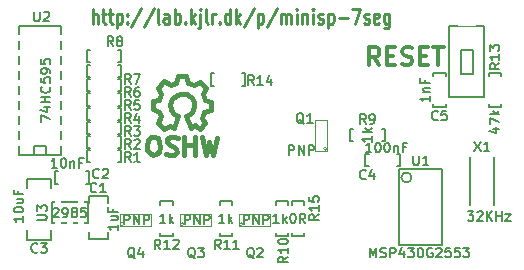
<source format=gto>
%FSLAX34Y34*%
G04 Gerber Fmt 3.4, Leading zero omitted, Abs format*
G04 (created by PCBNEW (2013-12-28 BZR 4579)-product) date ons 26 feb 2014 22:49:01 CET*
%MOIN*%
G01*
G70*
G90*
G04 APERTURE LIST*
%ADD10C,0.005906*%
%ADD11C,0.009843*%
%ADD12C,0.015000*%
%ADD13C,0.008000*%
%ADD14C,0.003100*%
%ADD15C,0.005000*%
%ADD16C,0.006000*%
%ADD17C,0.011811*%
%ADD18O,0.064961X0.100000*%
%ADD19O,0.100000X0.065000*%
%ADD20R,0.035433X0.031496*%
%ADD21R,0.050000X0.031496*%
%ADD22R,0.031496X0.050000*%
%ADD23R,0.035433X0.027559*%
%ADD24R,0.031496X0.035433*%
%ADD25R,0.062992X0.011811*%
%ADD26R,0.020000X0.050000*%
%ADD27R,0.051181X0.043307*%
%ADD28R,0.066929X0.051181*%
%ADD29O,0.065000X0.100000*%
%ADD30R,0.093701X0.021969*%
%ADD31R,0.070866X0.059055*%
%ADD32R,0.062992X0.059055*%
G04 APERTURE END LIST*
G54D10*
G54D11*
X44263Y-40183D02*
X44263Y-39691D01*
X44431Y-40183D02*
X44431Y-39925D01*
X44413Y-39878D01*
X44375Y-39855D01*
X44319Y-39855D01*
X44281Y-39878D01*
X44263Y-39902D01*
X44563Y-39855D02*
X44713Y-39855D01*
X44619Y-39691D02*
X44619Y-40112D01*
X44638Y-40159D01*
X44675Y-40183D01*
X44713Y-40183D01*
X44788Y-39855D02*
X44938Y-39855D01*
X44844Y-39691D02*
X44844Y-40112D01*
X44863Y-40159D01*
X44900Y-40183D01*
X44938Y-40183D01*
X45069Y-39855D02*
X45069Y-40347D01*
X45069Y-39878D02*
X45106Y-39855D01*
X45181Y-39855D01*
X45219Y-39878D01*
X45238Y-39902D01*
X45256Y-39948D01*
X45256Y-40089D01*
X45238Y-40136D01*
X45219Y-40159D01*
X45181Y-40183D01*
X45106Y-40183D01*
X45069Y-40159D01*
X45425Y-40136D02*
X45444Y-40159D01*
X45425Y-40183D01*
X45406Y-40159D01*
X45425Y-40136D01*
X45425Y-40183D01*
X45425Y-39878D02*
X45444Y-39902D01*
X45425Y-39925D01*
X45406Y-39902D01*
X45425Y-39878D01*
X45425Y-39925D01*
X45894Y-39667D02*
X45556Y-40300D01*
X46306Y-39667D02*
X45969Y-40300D01*
X46494Y-40183D02*
X46456Y-40159D01*
X46437Y-40112D01*
X46437Y-39691D01*
X46812Y-40183D02*
X46812Y-39925D01*
X46794Y-39878D01*
X46756Y-39855D01*
X46681Y-39855D01*
X46644Y-39878D01*
X46812Y-40159D02*
X46775Y-40183D01*
X46681Y-40183D01*
X46644Y-40159D01*
X46625Y-40112D01*
X46625Y-40066D01*
X46644Y-40019D01*
X46681Y-39995D01*
X46775Y-39995D01*
X46812Y-39972D01*
X47000Y-40183D02*
X47000Y-39691D01*
X47000Y-39878D02*
X47037Y-39855D01*
X47112Y-39855D01*
X47150Y-39878D01*
X47169Y-39902D01*
X47187Y-39948D01*
X47187Y-40089D01*
X47169Y-40136D01*
X47150Y-40159D01*
X47112Y-40183D01*
X47037Y-40183D01*
X47000Y-40159D01*
X47356Y-40136D02*
X47375Y-40159D01*
X47356Y-40183D01*
X47337Y-40159D01*
X47356Y-40136D01*
X47356Y-40183D01*
X47544Y-40183D02*
X47544Y-39691D01*
X47581Y-39995D02*
X47694Y-40183D01*
X47694Y-39855D02*
X47544Y-40042D01*
X47862Y-39855D02*
X47862Y-40276D01*
X47844Y-40323D01*
X47806Y-40347D01*
X47787Y-40347D01*
X47862Y-39691D02*
X47844Y-39714D01*
X47862Y-39738D01*
X47881Y-39714D01*
X47862Y-39691D01*
X47862Y-39738D01*
X48106Y-40183D02*
X48068Y-40159D01*
X48050Y-40112D01*
X48050Y-39691D01*
X48256Y-40183D02*
X48256Y-39855D01*
X48256Y-39948D02*
X48275Y-39902D01*
X48293Y-39878D01*
X48331Y-39855D01*
X48368Y-39855D01*
X48500Y-40136D02*
X48518Y-40159D01*
X48500Y-40183D01*
X48481Y-40159D01*
X48500Y-40136D01*
X48500Y-40183D01*
X48856Y-40183D02*
X48856Y-39691D01*
X48856Y-40159D02*
X48818Y-40183D01*
X48743Y-40183D01*
X48706Y-40159D01*
X48687Y-40136D01*
X48668Y-40089D01*
X48668Y-39948D01*
X48687Y-39902D01*
X48706Y-39878D01*
X48743Y-39855D01*
X48818Y-39855D01*
X48856Y-39878D01*
X49043Y-40183D02*
X49043Y-39691D01*
X49081Y-39995D02*
X49193Y-40183D01*
X49193Y-39855D02*
X49043Y-40042D01*
X49643Y-39667D02*
X49306Y-40300D01*
X49775Y-39855D02*
X49775Y-40347D01*
X49775Y-39878D02*
X49812Y-39855D01*
X49887Y-39855D01*
X49925Y-39878D01*
X49943Y-39902D01*
X49962Y-39948D01*
X49962Y-40089D01*
X49943Y-40136D01*
X49925Y-40159D01*
X49887Y-40183D01*
X49812Y-40183D01*
X49775Y-40159D01*
X50412Y-39667D02*
X50074Y-40300D01*
X50543Y-40183D02*
X50543Y-39855D01*
X50543Y-39902D02*
X50562Y-39878D01*
X50599Y-39855D01*
X50656Y-39855D01*
X50693Y-39878D01*
X50712Y-39925D01*
X50712Y-40183D01*
X50712Y-39925D02*
X50731Y-39878D01*
X50768Y-39855D01*
X50824Y-39855D01*
X50862Y-39878D01*
X50881Y-39925D01*
X50881Y-40183D01*
X51068Y-40183D02*
X51068Y-39855D01*
X51068Y-39691D02*
X51049Y-39714D01*
X51068Y-39738D01*
X51087Y-39714D01*
X51068Y-39691D01*
X51068Y-39738D01*
X51256Y-39855D02*
X51256Y-40183D01*
X51256Y-39902D02*
X51274Y-39878D01*
X51312Y-39855D01*
X51368Y-39855D01*
X51406Y-39878D01*
X51424Y-39925D01*
X51424Y-40183D01*
X51612Y-40183D02*
X51612Y-39855D01*
X51612Y-39691D02*
X51593Y-39714D01*
X51612Y-39738D01*
X51631Y-39714D01*
X51612Y-39691D01*
X51612Y-39738D01*
X51781Y-40159D02*
X51818Y-40183D01*
X51893Y-40183D01*
X51931Y-40159D01*
X51949Y-40112D01*
X51949Y-40089D01*
X51931Y-40042D01*
X51893Y-40019D01*
X51837Y-40019D01*
X51799Y-39995D01*
X51781Y-39948D01*
X51781Y-39925D01*
X51799Y-39878D01*
X51837Y-39855D01*
X51893Y-39855D01*
X51931Y-39878D01*
X52118Y-39855D02*
X52118Y-40347D01*
X52118Y-39878D02*
X52155Y-39855D01*
X52230Y-39855D01*
X52268Y-39878D01*
X52287Y-39902D01*
X52305Y-39948D01*
X52305Y-40089D01*
X52287Y-40136D01*
X52268Y-40159D01*
X52230Y-40183D01*
X52155Y-40183D01*
X52118Y-40159D01*
X52474Y-39995D02*
X52774Y-39995D01*
X52924Y-39691D02*
X53187Y-39691D01*
X53018Y-40183D01*
X53318Y-40159D02*
X53355Y-40183D01*
X53430Y-40183D01*
X53468Y-40159D01*
X53487Y-40112D01*
X53487Y-40089D01*
X53468Y-40042D01*
X53430Y-40019D01*
X53374Y-40019D01*
X53337Y-39995D01*
X53318Y-39948D01*
X53318Y-39925D01*
X53337Y-39878D01*
X53374Y-39855D01*
X53430Y-39855D01*
X53468Y-39878D01*
X53805Y-40159D02*
X53768Y-40183D01*
X53693Y-40183D01*
X53655Y-40159D01*
X53637Y-40112D01*
X53637Y-39925D01*
X53655Y-39878D01*
X53693Y-39855D01*
X53768Y-39855D01*
X53805Y-39878D01*
X53824Y-39925D01*
X53824Y-39972D01*
X53637Y-40019D01*
X54161Y-39855D02*
X54161Y-40253D01*
X54143Y-40300D01*
X54124Y-40323D01*
X54086Y-40347D01*
X54030Y-40347D01*
X53993Y-40323D01*
X54161Y-40159D02*
X54124Y-40183D01*
X54049Y-40183D01*
X54011Y-40159D01*
X53993Y-40136D01*
X53974Y-40089D01*
X53974Y-39948D01*
X53993Y-39902D01*
X54011Y-39878D01*
X54049Y-39855D01*
X54124Y-39855D01*
X54161Y-39878D01*
G54D12*
X47901Y-43972D02*
X48043Y-44551D01*
X48043Y-44551D02*
X48153Y-44133D01*
X48153Y-44133D02*
X48275Y-44555D01*
X48275Y-44555D02*
X48409Y-43984D01*
X47342Y-44244D02*
X47653Y-44240D01*
X47653Y-44240D02*
X47657Y-44244D01*
X47657Y-44244D02*
X47657Y-44240D01*
X47673Y-43960D02*
X47673Y-44567D01*
X47323Y-43956D02*
X47323Y-44574D01*
X47323Y-44574D02*
X47327Y-44570D01*
X47106Y-43996D02*
X46968Y-43964D01*
X46968Y-43964D02*
X46842Y-43960D01*
X46842Y-43960D02*
X46748Y-44039D01*
X46748Y-44039D02*
X46736Y-44145D01*
X46736Y-44145D02*
X46831Y-44240D01*
X46831Y-44240D02*
X46984Y-44291D01*
X46984Y-44291D02*
X47055Y-44354D01*
X47055Y-44354D02*
X47071Y-44472D01*
X47071Y-44472D02*
X46980Y-44559D01*
X46980Y-44559D02*
X46854Y-44570D01*
X46854Y-44570D02*
X46716Y-44527D01*
X46307Y-43956D02*
X46209Y-43964D01*
X46209Y-43964D02*
X46114Y-44059D01*
X46114Y-44059D02*
X46079Y-44252D01*
X46079Y-44252D02*
X46090Y-44389D01*
X46090Y-44389D02*
X46169Y-44515D01*
X46169Y-44515D02*
X46268Y-44563D01*
X46268Y-44563D02*
X46390Y-44535D01*
X46390Y-44535D02*
X46476Y-44464D01*
X46476Y-44464D02*
X46504Y-44283D01*
X46504Y-44283D02*
X46484Y-44122D01*
X46484Y-44122D02*
X46441Y-44011D01*
X46441Y-44011D02*
X46299Y-43960D01*
X46543Y-43279D02*
X46441Y-43500D01*
X46441Y-43500D02*
X46653Y-43704D01*
X46653Y-43704D02*
X46858Y-43598D01*
X46858Y-43598D02*
X46968Y-43661D01*
X47535Y-43653D02*
X47665Y-43578D01*
X47665Y-43578D02*
X47838Y-43708D01*
X47838Y-43708D02*
X48024Y-43515D01*
X48024Y-43515D02*
X47913Y-43326D01*
X47913Y-43326D02*
X47988Y-43141D01*
X47988Y-43141D02*
X48228Y-43067D01*
X48228Y-43067D02*
X48228Y-42799D01*
X48228Y-42799D02*
X48008Y-42744D01*
X48008Y-42744D02*
X47929Y-42519D01*
X47929Y-42519D02*
X48035Y-42334D01*
X48035Y-42334D02*
X47850Y-42133D01*
X47850Y-42133D02*
X47646Y-42236D01*
X47646Y-42236D02*
X47461Y-42157D01*
X47461Y-42157D02*
X47394Y-41944D01*
X47394Y-41944D02*
X47122Y-41937D01*
X47122Y-41937D02*
X47039Y-42153D01*
X47039Y-42153D02*
X46874Y-42220D01*
X46874Y-42220D02*
X46657Y-42114D01*
X46657Y-42114D02*
X46453Y-42322D01*
X46453Y-42322D02*
X46551Y-42535D01*
X46551Y-42535D02*
X46484Y-42724D01*
X46484Y-42724D02*
X46268Y-42763D01*
X46268Y-42763D02*
X46264Y-43039D01*
X46264Y-43039D02*
X46484Y-43118D01*
X46484Y-43118D02*
X46539Y-43275D01*
X47382Y-43267D02*
X47500Y-43208D01*
X47500Y-43208D02*
X47579Y-43130D01*
X47579Y-43130D02*
X47638Y-42972D01*
X47638Y-42972D02*
X47638Y-42815D01*
X47638Y-42815D02*
X47579Y-42677D01*
X47579Y-42677D02*
X47401Y-42539D01*
X47401Y-42539D02*
X47224Y-42519D01*
X47224Y-42519D02*
X47067Y-42559D01*
X47067Y-42559D02*
X46909Y-42696D01*
X46909Y-42696D02*
X46850Y-42874D01*
X46850Y-42874D02*
X46870Y-43070D01*
X46870Y-43070D02*
X46968Y-43189D01*
X46968Y-43189D02*
X47106Y-43267D01*
X47106Y-43267D02*
X46968Y-43661D01*
X47382Y-43267D02*
X47539Y-43661D01*
G54D13*
X43110Y-45110D02*
X43003Y-45110D01*
X43003Y-45110D02*
X43003Y-45519D01*
X43003Y-45519D02*
X43110Y-45519D01*
X44055Y-45519D02*
X44161Y-45519D01*
X44161Y-45519D02*
X44161Y-45110D01*
X44161Y-45110D02*
X44055Y-45110D01*
X54409Y-44929D02*
X54515Y-44929D01*
X54515Y-44929D02*
X54515Y-44519D01*
X54515Y-44519D02*
X54409Y-44519D01*
X53464Y-44519D02*
X53358Y-44519D01*
X53358Y-44519D02*
X53358Y-44929D01*
X53358Y-44929D02*
X53464Y-44929D01*
G54D14*
X52090Y-44360D02*
G75*
G03X52090Y-44360I-62J0D01*
G74*
G01*
X51689Y-43397D02*
X52089Y-43397D01*
X51689Y-44422D02*
X52089Y-44422D01*
X52089Y-43397D02*
X52089Y-44422D01*
X51689Y-44422D02*
X51689Y-43397D01*
X49284Y-46870D02*
G75*
G03X49284Y-46870I-62J0D01*
G74*
G01*
X50185Y-46532D02*
X50185Y-46932D01*
X49160Y-46532D02*
X49160Y-46932D01*
X50185Y-46932D02*
X49160Y-46932D01*
X49160Y-46532D02*
X50185Y-46532D01*
X47316Y-46870D02*
G75*
G03X47316Y-46870I-62J0D01*
G74*
G01*
X48216Y-46532D02*
X48216Y-46932D01*
X47191Y-46532D02*
X47191Y-46932D01*
X48216Y-46932D02*
X47191Y-46932D01*
X47191Y-46532D02*
X48216Y-46532D01*
X45308Y-46870D02*
G75*
G03X45308Y-46870I-62J0D01*
G74*
G01*
X46208Y-46532D02*
X46208Y-46932D01*
X45183Y-46532D02*
X45183Y-46932D01*
X46208Y-46932D02*
X45183Y-46932D01*
X45183Y-46532D02*
X46208Y-46532D01*
G54D13*
X44173Y-44401D02*
X44066Y-44401D01*
X44066Y-44401D02*
X44066Y-44811D01*
X44066Y-44811D02*
X44173Y-44811D01*
X45118Y-44811D02*
X45224Y-44811D01*
X45224Y-44811D02*
X45224Y-44401D01*
X45224Y-44401D02*
X45118Y-44401D01*
X44173Y-43929D02*
X44066Y-43929D01*
X44066Y-43929D02*
X44066Y-44338D01*
X44066Y-44338D02*
X44173Y-44338D01*
X45118Y-44338D02*
X45224Y-44338D01*
X45224Y-44338D02*
X45224Y-43929D01*
X45224Y-43929D02*
X45118Y-43929D01*
X44173Y-43456D02*
X44066Y-43456D01*
X44066Y-43456D02*
X44066Y-43866D01*
X44066Y-43866D02*
X44173Y-43866D01*
X45118Y-43866D02*
X45224Y-43866D01*
X45224Y-43866D02*
X45224Y-43456D01*
X45224Y-43456D02*
X45118Y-43456D01*
X44173Y-42984D02*
X44066Y-42984D01*
X44066Y-42984D02*
X44066Y-43393D01*
X44066Y-43393D02*
X44173Y-43393D01*
X45118Y-43393D02*
X45224Y-43393D01*
X45224Y-43393D02*
X45224Y-42984D01*
X45224Y-42984D02*
X45118Y-42984D01*
X44173Y-42511D02*
X44066Y-42511D01*
X44066Y-42511D02*
X44066Y-42921D01*
X44066Y-42921D02*
X44173Y-42921D01*
X45118Y-42921D02*
X45224Y-42921D01*
X45224Y-42921D02*
X45224Y-42511D01*
X45224Y-42511D02*
X45118Y-42511D01*
X44173Y-42039D02*
X44066Y-42039D01*
X44066Y-42039D02*
X44066Y-42448D01*
X44066Y-42448D02*
X44173Y-42448D01*
X45118Y-42448D02*
X45224Y-42448D01*
X45224Y-42448D02*
X45224Y-42039D01*
X45224Y-42039D02*
X45118Y-42039D01*
X44173Y-41566D02*
X44066Y-41566D01*
X44066Y-41566D02*
X44066Y-41976D01*
X44066Y-41976D02*
X44173Y-41976D01*
X45118Y-41976D02*
X45224Y-41976D01*
X45224Y-41976D02*
X45224Y-41566D01*
X45224Y-41566D02*
X45118Y-41566D01*
X44173Y-41055D02*
X44066Y-41055D01*
X44066Y-41055D02*
X44066Y-41464D01*
X44066Y-41464D02*
X44173Y-41464D01*
X45118Y-41464D02*
X45224Y-41464D01*
X45224Y-41464D02*
X45224Y-41055D01*
X45224Y-41055D02*
X45118Y-41055D01*
X52952Y-43692D02*
X52846Y-43692D01*
X52846Y-43692D02*
X52846Y-44102D01*
X52846Y-44102D02*
X52952Y-44102D01*
X53897Y-44102D02*
X54003Y-44102D01*
X54003Y-44102D02*
X54003Y-43692D01*
X54003Y-43692D02*
X53897Y-43692D01*
X50795Y-46220D02*
X50795Y-46114D01*
X50795Y-46114D02*
X50385Y-46114D01*
X50385Y-46114D02*
X50385Y-46220D01*
X50385Y-47165D02*
X50385Y-47271D01*
X50385Y-47271D02*
X50795Y-47271D01*
X50795Y-47271D02*
X50795Y-47165D01*
X48496Y-47165D02*
X48496Y-47271D01*
X48496Y-47271D02*
X48905Y-47271D01*
X48905Y-47271D02*
X48905Y-47165D01*
X48905Y-46220D02*
X48905Y-46114D01*
X48905Y-46114D02*
X48496Y-46114D01*
X48496Y-46114D02*
X48496Y-46220D01*
X46527Y-47165D02*
X46527Y-47271D01*
X46527Y-47271D02*
X46937Y-47271D01*
X46937Y-47271D02*
X46937Y-47165D01*
X46937Y-46220D02*
X46937Y-46114D01*
X46937Y-46114D02*
X46527Y-46114D01*
X46527Y-46114D02*
X46527Y-46220D01*
X57472Y-42874D02*
X57472Y-42980D01*
X57472Y-42980D02*
X57881Y-42980D01*
X57881Y-42980D02*
X57881Y-42874D01*
X57881Y-41929D02*
X57881Y-41822D01*
X57881Y-41822D02*
X57472Y-41822D01*
X57472Y-41822D02*
X57472Y-41929D01*
X54468Y-47559D02*
X54468Y-45039D01*
X54468Y-45039D02*
X55925Y-45039D01*
X55925Y-45039D02*
X55925Y-47559D01*
X55925Y-47559D02*
X54468Y-47559D01*
X54891Y-45314D02*
G75*
G03X54891Y-45314I-167J0D01*
G74*
G01*
G54D15*
X44103Y-46146D02*
X44103Y-46846D01*
X44103Y-46846D02*
X42903Y-46846D01*
X42903Y-46846D02*
X42903Y-46146D01*
X42903Y-46146D02*
X44103Y-46146D01*
G54D13*
X44133Y-47125D02*
X44133Y-47381D01*
X44133Y-47381D02*
X44763Y-47381D01*
X44763Y-47381D02*
X44763Y-47125D01*
X44763Y-46181D02*
X44763Y-45925D01*
X44763Y-45925D02*
X44133Y-45925D01*
X44133Y-45925D02*
X44133Y-46181D01*
X42086Y-47076D02*
X42086Y-47401D01*
X42086Y-47401D02*
X42874Y-47401D01*
X42874Y-47401D02*
X42874Y-47076D01*
X42874Y-45679D02*
X42874Y-45354D01*
X42874Y-45354D02*
X42086Y-45354D01*
X42086Y-45354D02*
X42086Y-45679D01*
X49251Y-42251D02*
X49358Y-42251D01*
X49358Y-42251D02*
X49358Y-41842D01*
X49358Y-41842D02*
X49251Y-41842D01*
X48307Y-41842D02*
X48200Y-41842D01*
X48200Y-41842D02*
X48200Y-42251D01*
X48200Y-42251D02*
X48307Y-42251D01*
X50897Y-47165D02*
X50897Y-47271D01*
X50897Y-47271D02*
X51307Y-47271D01*
X51307Y-47271D02*
X51307Y-47165D01*
X51307Y-46220D02*
X51307Y-46114D01*
X51307Y-46114D02*
X50897Y-46114D01*
X50897Y-46114D02*
X50897Y-46220D01*
X41819Y-44551D02*
X41819Y-40251D01*
X41819Y-40251D02*
X43219Y-40251D01*
X43219Y-40251D02*
X43219Y-44551D01*
X43219Y-44551D02*
X41819Y-44551D01*
X42319Y-44551D02*
X42319Y-44251D01*
X42319Y-44251D02*
X42719Y-44251D01*
X42719Y-44251D02*
X42719Y-44551D01*
X56830Y-46240D02*
X56830Y-44625D01*
X57657Y-46240D02*
X57657Y-44625D01*
X56031Y-41929D02*
X56031Y-41822D01*
X56031Y-41822D02*
X55622Y-41822D01*
X55622Y-41822D02*
X55622Y-41929D01*
X55622Y-42874D02*
X55622Y-42980D01*
X55622Y-42980D02*
X56031Y-42980D01*
X56031Y-42980D02*
X56031Y-42874D01*
G54D10*
X56929Y-41062D02*
X56535Y-41062D01*
X56535Y-41062D02*
X56535Y-41850D01*
X56535Y-41850D02*
X56929Y-41850D01*
X56929Y-41850D02*
X56929Y-41062D01*
X56141Y-40275D02*
X56141Y-42637D01*
X56141Y-42637D02*
X57322Y-42637D01*
X57322Y-42637D02*
X57322Y-40275D01*
X57322Y-40275D02*
X56141Y-40275D01*
G54D13*
X44474Y-45311D02*
X44458Y-45326D01*
X44413Y-45341D01*
X44382Y-45341D01*
X44337Y-45326D01*
X44306Y-45295D01*
X44291Y-45265D01*
X44276Y-45204D01*
X44276Y-45158D01*
X44291Y-45097D01*
X44306Y-45067D01*
X44337Y-45036D01*
X44382Y-45021D01*
X44413Y-45021D01*
X44458Y-45036D01*
X44474Y-45052D01*
X44596Y-45052D02*
X44611Y-45036D01*
X44641Y-45021D01*
X44718Y-45021D01*
X44748Y-45036D01*
X44763Y-45052D01*
X44778Y-45082D01*
X44778Y-45113D01*
X44763Y-45158D01*
X44580Y-45341D01*
X44778Y-45341D01*
X43082Y-44987D02*
X42899Y-44987D01*
X42990Y-44987D02*
X42990Y-44667D01*
X42960Y-44712D01*
X42929Y-44743D01*
X42899Y-44758D01*
X43280Y-44667D02*
X43310Y-44667D01*
X43341Y-44682D01*
X43356Y-44697D01*
X43371Y-44728D01*
X43387Y-44789D01*
X43387Y-44865D01*
X43371Y-44926D01*
X43356Y-44956D01*
X43341Y-44972D01*
X43310Y-44987D01*
X43280Y-44987D01*
X43249Y-44972D01*
X43234Y-44956D01*
X43219Y-44926D01*
X43204Y-44865D01*
X43204Y-44789D01*
X43219Y-44728D01*
X43234Y-44697D01*
X43249Y-44682D01*
X43280Y-44667D01*
X43524Y-44773D02*
X43524Y-44987D01*
X43524Y-44804D02*
X43539Y-44789D01*
X43569Y-44773D01*
X43615Y-44773D01*
X43646Y-44789D01*
X43661Y-44819D01*
X43661Y-44987D01*
X43920Y-44819D02*
X43813Y-44819D01*
X43813Y-44987D02*
X43813Y-44667D01*
X43966Y-44667D01*
X53371Y-45350D02*
X53356Y-45365D01*
X53310Y-45380D01*
X53280Y-45380D01*
X53234Y-45365D01*
X53204Y-45335D01*
X53189Y-45304D01*
X53173Y-45243D01*
X53173Y-45198D01*
X53189Y-45137D01*
X53204Y-45106D01*
X53234Y-45076D01*
X53280Y-45060D01*
X53310Y-45060D01*
X53356Y-45076D01*
X53371Y-45091D01*
X53646Y-45167D02*
X53646Y-45380D01*
X53569Y-45045D02*
X53493Y-45274D01*
X53691Y-45274D01*
X53559Y-44475D02*
X53377Y-44475D01*
X53468Y-44475D02*
X53468Y-44155D01*
X53437Y-44201D01*
X53407Y-44231D01*
X53377Y-44246D01*
X53757Y-44155D02*
X53788Y-44155D01*
X53818Y-44170D01*
X53834Y-44185D01*
X53849Y-44216D01*
X53864Y-44277D01*
X53864Y-44353D01*
X53849Y-44414D01*
X53834Y-44444D01*
X53818Y-44460D01*
X53788Y-44475D01*
X53757Y-44475D01*
X53727Y-44460D01*
X53712Y-44444D01*
X53697Y-44414D01*
X53681Y-44353D01*
X53681Y-44277D01*
X53697Y-44216D01*
X53712Y-44185D01*
X53727Y-44170D01*
X53757Y-44155D01*
X54062Y-44155D02*
X54093Y-44155D01*
X54123Y-44170D01*
X54138Y-44185D01*
X54154Y-44216D01*
X54169Y-44277D01*
X54169Y-44353D01*
X54154Y-44414D01*
X54138Y-44444D01*
X54123Y-44460D01*
X54093Y-44475D01*
X54062Y-44475D01*
X54032Y-44460D01*
X54017Y-44444D01*
X54001Y-44414D01*
X53986Y-44353D01*
X53986Y-44277D01*
X54001Y-44216D01*
X54017Y-44185D01*
X54032Y-44170D01*
X54062Y-44155D01*
X54306Y-44262D02*
X54306Y-44475D01*
X54306Y-44292D02*
X54321Y-44277D01*
X54352Y-44262D01*
X54397Y-44262D01*
X54428Y-44277D01*
X54443Y-44307D01*
X54443Y-44475D01*
X54702Y-44307D02*
X54596Y-44307D01*
X54596Y-44475D02*
X54596Y-44155D01*
X54748Y-44155D01*
X51308Y-43521D02*
X51277Y-43506D01*
X51247Y-43475D01*
X51201Y-43430D01*
X51170Y-43415D01*
X51140Y-43415D01*
X51155Y-43491D02*
X51125Y-43475D01*
X51094Y-43445D01*
X51079Y-43384D01*
X51079Y-43277D01*
X51094Y-43216D01*
X51125Y-43186D01*
X51155Y-43171D01*
X51216Y-43171D01*
X51247Y-43186D01*
X51277Y-43216D01*
X51292Y-43277D01*
X51292Y-43384D01*
X51277Y-43445D01*
X51247Y-43475D01*
X51216Y-43491D01*
X51155Y-43491D01*
X51597Y-43491D02*
X51414Y-43491D01*
X51506Y-43491D02*
X51506Y-43171D01*
X51475Y-43216D01*
X51445Y-43247D01*
X51414Y-43262D01*
X50809Y-44554D02*
X50809Y-44234D01*
X50930Y-44234D01*
X50961Y-44249D01*
X50976Y-44264D01*
X50991Y-44295D01*
X50991Y-44340D01*
X50976Y-44371D01*
X50961Y-44386D01*
X50930Y-44401D01*
X50809Y-44401D01*
X51129Y-44554D02*
X51129Y-44234D01*
X51311Y-44554D01*
X51311Y-44234D01*
X51464Y-44554D02*
X51464Y-44234D01*
X51586Y-44234D01*
X51616Y-44249D01*
X51631Y-44264D01*
X51647Y-44295D01*
X51647Y-44340D01*
X51631Y-44371D01*
X51616Y-44386D01*
X51586Y-44401D01*
X51464Y-44401D01*
X49654Y-48009D02*
X49624Y-47994D01*
X49593Y-47964D01*
X49547Y-47918D01*
X49517Y-47903D01*
X49486Y-47903D01*
X49502Y-47979D02*
X49471Y-47964D01*
X49441Y-47933D01*
X49425Y-47872D01*
X49425Y-47766D01*
X49441Y-47705D01*
X49471Y-47674D01*
X49502Y-47659D01*
X49563Y-47659D01*
X49593Y-47674D01*
X49624Y-47705D01*
X49639Y-47766D01*
X49639Y-47872D01*
X49624Y-47933D01*
X49593Y-47964D01*
X49563Y-47979D01*
X49502Y-47979D01*
X49761Y-47689D02*
X49776Y-47674D01*
X49806Y-47659D01*
X49883Y-47659D01*
X49913Y-47674D01*
X49928Y-47689D01*
X49944Y-47720D01*
X49944Y-47750D01*
X49928Y-47796D01*
X49745Y-47979D01*
X49944Y-47979D01*
X49298Y-46877D02*
X49298Y-46557D01*
X49420Y-46557D01*
X49450Y-46572D01*
X49466Y-46587D01*
X49481Y-46617D01*
X49481Y-46663D01*
X49466Y-46694D01*
X49450Y-46709D01*
X49420Y-46724D01*
X49298Y-46724D01*
X49618Y-46877D02*
X49618Y-46557D01*
X49801Y-46877D01*
X49801Y-46557D01*
X49953Y-46877D02*
X49953Y-46557D01*
X50075Y-46557D01*
X50106Y-46572D01*
X50121Y-46587D01*
X50136Y-46617D01*
X50136Y-46663D01*
X50121Y-46694D01*
X50106Y-46709D01*
X50075Y-46724D01*
X49953Y-46724D01*
X47686Y-48009D02*
X47655Y-47994D01*
X47625Y-47964D01*
X47579Y-47918D01*
X47548Y-47903D01*
X47518Y-47903D01*
X47533Y-47979D02*
X47503Y-47964D01*
X47472Y-47933D01*
X47457Y-47872D01*
X47457Y-47766D01*
X47472Y-47705D01*
X47503Y-47674D01*
X47533Y-47659D01*
X47594Y-47659D01*
X47625Y-47674D01*
X47655Y-47705D01*
X47670Y-47766D01*
X47670Y-47872D01*
X47655Y-47933D01*
X47625Y-47964D01*
X47594Y-47979D01*
X47533Y-47979D01*
X47777Y-47659D02*
X47975Y-47659D01*
X47868Y-47781D01*
X47914Y-47781D01*
X47945Y-47796D01*
X47960Y-47811D01*
X47975Y-47842D01*
X47975Y-47918D01*
X47960Y-47948D01*
X47945Y-47964D01*
X47914Y-47979D01*
X47823Y-47979D01*
X47792Y-47964D01*
X47777Y-47948D01*
X47330Y-46877D02*
X47330Y-46557D01*
X47452Y-46557D01*
X47482Y-46572D01*
X47497Y-46587D01*
X47512Y-46617D01*
X47512Y-46663D01*
X47497Y-46694D01*
X47482Y-46709D01*
X47452Y-46724D01*
X47330Y-46724D01*
X47650Y-46877D02*
X47650Y-46557D01*
X47832Y-46877D01*
X47832Y-46557D01*
X47985Y-46877D02*
X47985Y-46557D01*
X48107Y-46557D01*
X48137Y-46572D01*
X48152Y-46587D01*
X48168Y-46617D01*
X48168Y-46663D01*
X48152Y-46694D01*
X48137Y-46709D01*
X48107Y-46724D01*
X47985Y-46724D01*
X45678Y-48009D02*
X45647Y-47994D01*
X45617Y-47964D01*
X45571Y-47918D01*
X45541Y-47903D01*
X45510Y-47903D01*
X45525Y-47979D02*
X45495Y-47964D01*
X45464Y-47933D01*
X45449Y-47872D01*
X45449Y-47766D01*
X45464Y-47705D01*
X45495Y-47674D01*
X45525Y-47659D01*
X45586Y-47659D01*
X45617Y-47674D01*
X45647Y-47705D01*
X45662Y-47766D01*
X45662Y-47872D01*
X45647Y-47933D01*
X45617Y-47964D01*
X45586Y-47979D01*
X45525Y-47979D01*
X45937Y-47766D02*
X45937Y-47979D01*
X45861Y-47644D02*
X45784Y-47872D01*
X45982Y-47872D01*
X45322Y-46877D02*
X45322Y-46557D01*
X45444Y-46557D01*
X45474Y-46572D01*
X45489Y-46587D01*
X45505Y-46617D01*
X45505Y-46663D01*
X45489Y-46694D01*
X45474Y-46709D01*
X45444Y-46724D01*
X45322Y-46724D01*
X45642Y-46877D02*
X45642Y-46557D01*
X45825Y-46877D01*
X45825Y-46557D01*
X45977Y-46877D02*
X45977Y-46557D01*
X46099Y-46557D01*
X46129Y-46572D01*
X46145Y-46587D01*
X46160Y-46617D01*
X46160Y-46663D01*
X46145Y-46694D01*
X46129Y-46709D01*
X46099Y-46724D01*
X45977Y-46724D01*
X45537Y-44790D02*
X45430Y-44638D01*
X45354Y-44790D02*
X45354Y-44470D01*
X45476Y-44470D01*
X45506Y-44485D01*
X45521Y-44500D01*
X45537Y-44531D01*
X45537Y-44577D01*
X45521Y-44607D01*
X45506Y-44622D01*
X45476Y-44638D01*
X45354Y-44638D01*
X45841Y-44790D02*
X45659Y-44790D01*
X45750Y-44790D02*
X45750Y-44470D01*
X45720Y-44516D01*
X45689Y-44546D01*
X45659Y-44561D01*
X45537Y-44357D02*
X45430Y-44204D01*
X45354Y-44357D02*
X45354Y-44037D01*
X45476Y-44037D01*
X45506Y-44052D01*
X45521Y-44067D01*
X45537Y-44098D01*
X45537Y-44144D01*
X45521Y-44174D01*
X45506Y-44189D01*
X45476Y-44204D01*
X45354Y-44204D01*
X45659Y-44067D02*
X45674Y-44052D01*
X45704Y-44037D01*
X45781Y-44037D01*
X45811Y-44052D01*
X45826Y-44067D01*
X45841Y-44098D01*
X45841Y-44128D01*
X45826Y-44174D01*
X45643Y-44357D01*
X45841Y-44357D01*
X45537Y-43924D02*
X45430Y-43771D01*
X45354Y-43924D02*
X45354Y-43604D01*
X45476Y-43604D01*
X45506Y-43619D01*
X45521Y-43634D01*
X45537Y-43665D01*
X45537Y-43710D01*
X45521Y-43741D01*
X45506Y-43756D01*
X45476Y-43771D01*
X45354Y-43771D01*
X45643Y-43604D02*
X45841Y-43604D01*
X45735Y-43726D01*
X45781Y-43726D01*
X45811Y-43741D01*
X45826Y-43756D01*
X45841Y-43787D01*
X45841Y-43863D01*
X45826Y-43893D01*
X45811Y-43909D01*
X45781Y-43924D01*
X45689Y-43924D01*
X45659Y-43909D01*
X45643Y-43893D01*
X45537Y-43491D02*
X45430Y-43338D01*
X45354Y-43491D02*
X45354Y-43171D01*
X45476Y-43171D01*
X45506Y-43186D01*
X45521Y-43201D01*
X45537Y-43232D01*
X45537Y-43277D01*
X45521Y-43308D01*
X45506Y-43323D01*
X45476Y-43338D01*
X45354Y-43338D01*
X45811Y-43277D02*
X45811Y-43491D01*
X45735Y-43155D02*
X45659Y-43384D01*
X45857Y-43384D01*
X45537Y-43058D02*
X45430Y-42905D01*
X45354Y-43058D02*
X45354Y-42738D01*
X45476Y-42738D01*
X45506Y-42753D01*
X45521Y-42768D01*
X45537Y-42799D01*
X45537Y-42844D01*
X45521Y-42875D01*
X45506Y-42890D01*
X45476Y-42905D01*
X45354Y-42905D01*
X45826Y-42738D02*
X45674Y-42738D01*
X45659Y-42890D01*
X45674Y-42875D01*
X45704Y-42860D01*
X45781Y-42860D01*
X45811Y-42875D01*
X45826Y-42890D01*
X45841Y-42921D01*
X45841Y-42997D01*
X45826Y-43027D01*
X45811Y-43042D01*
X45781Y-43058D01*
X45704Y-43058D01*
X45674Y-43042D01*
X45659Y-43027D01*
X45537Y-42625D02*
X45430Y-42472D01*
X45354Y-42625D02*
X45354Y-42305D01*
X45476Y-42305D01*
X45506Y-42320D01*
X45521Y-42335D01*
X45537Y-42366D01*
X45537Y-42411D01*
X45521Y-42442D01*
X45506Y-42457D01*
X45476Y-42472D01*
X45354Y-42472D01*
X45811Y-42305D02*
X45750Y-42305D01*
X45720Y-42320D01*
X45704Y-42335D01*
X45674Y-42381D01*
X45659Y-42442D01*
X45659Y-42564D01*
X45674Y-42594D01*
X45689Y-42609D01*
X45720Y-42625D01*
X45781Y-42625D01*
X45811Y-42609D01*
X45826Y-42594D01*
X45841Y-42564D01*
X45841Y-42487D01*
X45826Y-42457D01*
X45811Y-42442D01*
X45781Y-42426D01*
X45720Y-42426D01*
X45689Y-42442D01*
X45674Y-42457D01*
X45659Y-42487D01*
X45537Y-42192D02*
X45430Y-42039D01*
X45354Y-42192D02*
X45354Y-41872D01*
X45476Y-41872D01*
X45506Y-41887D01*
X45521Y-41902D01*
X45537Y-41932D01*
X45537Y-41978D01*
X45521Y-42009D01*
X45506Y-42024D01*
X45476Y-42039D01*
X45354Y-42039D01*
X45643Y-41872D02*
X45857Y-41872D01*
X45720Y-42192D01*
X44946Y-40932D02*
X44840Y-40779D01*
X44763Y-40932D02*
X44763Y-40612D01*
X44885Y-40612D01*
X44916Y-40627D01*
X44931Y-40642D01*
X44946Y-40673D01*
X44946Y-40718D01*
X44931Y-40749D01*
X44916Y-40764D01*
X44885Y-40779D01*
X44763Y-40779D01*
X45129Y-40749D02*
X45099Y-40734D01*
X45083Y-40718D01*
X45068Y-40688D01*
X45068Y-40673D01*
X45083Y-40642D01*
X45099Y-40627D01*
X45129Y-40612D01*
X45190Y-40612D01*
X45220Y-40627D01*
X45236Y-40642D01*
X45251Y-40673D01*
X45251Y-40688D01*
X45236Y-40718D01*
X45220Y-40734D01*
X45190Y-40749D01*
X45129Y-40749D01*
X45099Y-40764D01*
X45083Y-40779D01*
X45068Y-40810D01*
X45068Y-40871D01*
X45083Y-40901D01*
X45099Y-40916D01*
X45129Y-40932D01*
X45190Y-40932D01*
X45220Y-40916D01*
X45236Y-40901D01*
X45251Y-40871D01*
X45251Y-40810D01*
X45236Y-40779D01*
X45220Y-40764D01*
X45190Y-40749D01*
X53371Y-43530D02*
X53265Y-43378D01*
X53189Y-43530D02*
X53189Y-43210D01*
X53310Y-43210D01*
X53341Y-43225D01*
X53356Y-43241D01*
X53371Y-43271D01*
X53371Y-43317D01*
X53356Y-43347D01*
X53341Y-43362D01*
X53310Y-43378D01*
X53189Y-43378D01*
X53524Y-43530D02*
X53585Y-43530D01*
X53615Y-43515D01*
X53630Y-43500D01*
X53661Y-43454D01*
X53676Y-43393D01*
X53676Y-43271D01*
X53661Y-43241D01*
X53646Y-43225D01*
X53615Y-43210D01*
X53554Y-43210D01*
X53524Y-43225D01*
X53509Y-43241D01*
X53493Y-43271D01*
X53493Y-43347D01*
X53509Y-43378D01*
X53524Y-43393D01*
X53554Y-43408D01*
X53615Y-43408D01*
X53646Y-43393D01*
X53661Y-43378D01*
X53676Y-43347D01*
X53569Y-43935D02*
X53569Y-44118D01*
X53569Y-44027D02*
X53249Y-44027D01*
X53295Y-44057D01*
X53326Y-44088D01*
X53341Y-44118D01*
X53569Y-43798D02*
X53249Y-43798D01*
X53448Y-43768D02*
X53569Y-43676D01*
X53356Y-43676D02*
X53478Y-43798D01*
X50774Y-47961D02*
X50622Y-48068D01*
X50774Y-48144D02*
X50454Y-48144D01*
X50454Y-48022D01*
X50469Y-47992D01*
X50485Y-47976D01*
X50515Y-47961D01*
X50561Y-47961D01*
X50591Y-47976D01*
X50607Y-47992D01*
X50622Y-48022D01*
X50622Y-48144D01*
X50774Y-47656D02*
X50774Y-47839D01*
X50774Y-47748D02*
X50454Y-47748D01*
X50500Y-47778D01*
X50530Y-47809D01*
X50546Y-47839D01*
X50454Y-47458D02*
X50454Y-47428D01*
X50469Y-47397D01*
X50485Y-47382D01*
X50515Y-47367D01*
X50576Y-47352D01*
X50652Y-47352D01*
X50713Y-47367D01*
X50744Y-47382D01*
X50759Y-47397D01*
X50774Y-47428D01*
X50774Y-47458D01*
X50759Y-47489D01*
X50744Y-47504D01*
X50713Y-47519D01*
X50652Y-47534D01*
X50576Y-47534D01*
X50515Y-47519D01*
X50485Y-47504D01*
X50469Y-47489D01*
X50454Y-47458D01*
X50473Y-46837D02*
X50290Y-46837D01*
X50382Y-46837D02*
X50382Y-46517D01*
X50351Y-46563D01*
X50321Y-46593D01*
X50290Y-46609D01*
X50610Y-46837D02*
X50610Y-46517D01*
X50641Y-46715D02*
X50732Y-46837D01*
X50732Y-46624D02*
X50610Y-46746D01*
X48534Y-47703D02*
X48427Y-47551D01*
X48351Y-47703D02*
X48351Y-47383D01*
X48473Y-47383D01*
X48503Y-47399D01*
X48519Y-47414D01*
X48534Y-47444D01*
X48534Y-47490D01*
X48519Y-47520D01*
X48503Y-47536D01*
X48473Y-47551D01*
X48351Y-47551D01*
X48839Y-47703D02*
X48656Y-47703D01*
X48747Y-47703D02*
X48747Y-47383D01*
X48717Y-47429D01*
X48686Y-47460D01*
X48656Y-47475D01*
X49143Y-47703D02*
X48961Y-47703D01*
X49052Y-47703D02*
X49052Y-47383D01*
X49022Y-47429D01*
X48991Y-47460D01*
X48961Y-47475D01*
X48662Y-46837D02*
X48479Y-46837D01*
X48571Y-46837D02*
X48571Y-46517D01*
X48540Y-46563D01*
X48510Y-46593D01*
X48479Y-46609D01*
X48799Y-46837D02*
X48799Y-46517D01*
X48830Y-46715D02*
X48921Y-46837D01*
X48921Y-46624D02*
X48799Y-46746D01*
X46526Y-47703D02*
X46419Y-47551D01*
X46343Y-47703D02*
X46343Y-47383D01*
X46465Y-47383D01*
X46496Y-47399D01*
X46511Y-47414D01*
X46526Y-47444D01*
X46526Y-47490D01*
X46511Y-47520D01*
X46496Y-47536D01*
X46465Y-47551D01*
X46343Y-47551D01*
X46831Y-47703D02*
X46648Y-47703D01*
X46739Y-47703D02*
X46739Y-47383D01*
X46709Y-47429D01*
X46678Y-47460D01*
X46648Y-47475D01*
X46953Y-47414D02*
X46968Y-47399D01*
X46998Y-47383D01*
X47075Y-47383D01*
X47105Y-47399D01*
X47120Y-47414D01*
X47136Y-47444D01*
X47136Y-47475D01*
X47120Y-47520D01*
X46937Y-47703D01*
X47136Y-47703D01*
X46694Y-46837D02*
X46511Y-46837D01*
X46602Y-46837D02*
X46602Y-46517D01*
X46572Y-46563D01*
X46541Y-46593D01*
X46511Y-46609D01*
X46831Y-46837D02*
X46831Y-46517D01*
X46861Y-46715D02*
X46953Y-46837D01*
X46953Y-46624D02*
X46831Y-46746D01*
X57821Y-41504D02*
X57669Y-41611D01*
X57821Y-41687D02*
X57501Y-41687D01*
X57501Y-41565D01*
X57517Y-41535D01*
X57532Y-41520D01*
X57562Y-41504D01*
X57608Y-41504D01*
X57639Y-41520D01*
X57654Y-41535D01*
X57669Y-41565D01*
X57669Y-41687D01*
X57821Y-41200D02*
X57821Y-41383D01*
X57821Y-41291D02*
X57501Y-41291D01*
X57547Y-41322D01*
X57578Y-41352D01*
X57593Y-41383D01*
X57501Y-41093D02*
X57501Y-40895D01*
X57623Y-41002D01*
X57623Y-40956D01*
X57639Y-40925D01*
X57654Y-40910D01*
X57684Y-40895D01*
X57760Y-40895D01*
X57791Y-40910D01*
X57806Y-40925D01*
X57821Y-40956D01*
X57821Y-41047D01*
X57806Y-41078D01*
X57791Y-41093D01*
X57608Y-43685D02*
X57821Y-43685D01*
X57486Y-43761D02*
X57715Y-43837D01*
X57715Y-43639D01*
X57501Y-43548D02*
X57501Y-43335D01*
X57821Y-43472D01*
X57821Y-43213D02*
X57501Y-43213D01*
X57700Y-43182D02*
X57821Y-43091D01*
X57608Y-43091D02*
X57730Y-43213D01*
X54953Y-44588D02*
X54953Y-44847D01*
X54968Y-44878D01*
X54983Y-44893D01*
X55013Y-44908D01*
X55074Y-44908D01*
X55105Y-44893D01*
X55120Y-44878D01*
X55135Y-44847D01*
X55135Y-44588D01*
X55455Y-44908D02*
X55273Y-44908D01*
X55364Y-44908D02*
X55364Y-44588D01*
X55333Y-44634D01*
X55303Y-44664D01*
X55273Y-44679D01*
X53511Y-47979D02*
X53511Y-47659D01*
X53618Y-47887D01*
X53725Y-47659D01*
X53725Y-47979D01*
X53862Y-47964D02*
X53907Y-47979D01*
X53984Y-47979D01*
X54014Y-47964D01*
X54029Y-47948D01*
X54045Y-47918D01*
X54045Y-47887D01*
X54029Y-47857D01*
X54014Y-47842D01*
X53984Y-47827D01*
X53923Y-47811D01*
X53892Y-47796D01*
X53877Y-47781D01*
X53862Y-47750D01*
X53862Y-47720D01*
X53877Y-47689D01*
X53892Y-47674D01*
X53923Y-47659D01*
X53999Y-47659D01*
X54045Y-47674D01*
X54182Y-47979D02*
X54182Y-47659D01*
X54304Y-47659D01*
X54334Y-47674D01*
X54349Y-47689D01*
X54365Y-47720D01*
X54365Y-47766D01*
X54349Y-47796D01*
X54334Y-47811D01*
X54304Y-47827D01*
X54182Y-47827D01*
X54639Y-47766D02*
X54639Y-47979D01*
X54563Y-47644D02*
X54487Y-47872D01*
X54685Y-47872D01*
X54776Y-47659D02*
X54974Y-47659D01*
X54867Y-47781D01*
X54913Y-47781D01*
X54944Y-47796D01*
X54959Y-47811D01*
X54974Y-47842D01*
X54974Y-47918D01*
X54959Y-47948D01*
X54944Y-47964D01*
X54913Y-47979D01*
X54822Y-47979D01*
X54791Y-47964D01*
X54776Y-47948D01*
X55172Y-47659D02*
X55203Y-47659D01*
X55233Y-47674D01*
X55248Y-47689D01*
X55264Y-47720D01*
X55279Y-47781D01*
X55279Y-47857D01*
X55264Y-47918D01*
X55248Y-47948D01*
X55233Y-47964D01*
X55203Y-47979D01*
X55172Y-47979D01*
X55142Y-47964D01*
X55127Y-47948D01*
X55111Y-47918D01*
X55096Y-47857D01*
X55096Y-47781D01*
X55111Y-47720D01*
X55127Y-47689D01*
X55142Y-47674D01*
X55172Y-47659D01*
X55584Y-47674D02*
X55553Y-47659D01*
X55507Y-47659D01*
X55462Y-47674D01*
X55431Y-47705D01*
X55416Y-47735D01*
X55401Y-47796D01*
X55401Y-47842D01*
X55416Y-47903D01*
X55431Y-47933D01*
X55462Y-47964D01*
X55507Y-47979D01*
X55538Y-47979D01*
X55584Y-47964D01*
X55599Y-47948D01*
X55599Y-47842D01*
X55538Y-47842D01*
X55721Y-47689D02*
X55736Y-47674D01*
X55767Y-47659D01*
X55843Y-47659D01*
X55873Y-47674D01*
X55888Y-47689D01*
X55904Y-47720D01*
X55904Y-47750D01*
X55888Y-47796D01*
X55706Y-47979D01*
X55904Y-47979D01*
X56193Y-47659D02*
X56041Y-47659D01*
X56026Y-47811D01*
X56041Y-47796D01*
X56071Y-47781D01*
X56147Y-47781D01*
X56178Y-47796D01*
X56193Y-47811D01*
X56208Y-47842D01*
X56208Y-47918D01*
X56193Y-47948D01*
X56178Y-47964D01*
X56147Y-47979D01*
X56071Y-47979D01*
X56041Y-47964D01*
X56026Y-47948D01*
X56498Y-47659D02*
X56346Y-47659D01*
X56330Y-47811D01*
X56346Y-47796D01*
X56376Y-47781D01*
X56452Y-47781D01*
X56483Y-47796D01*
X56498Y-47811D01*
X56513Y-47842D01*
X56513Y-47918D01*
X56498Y-47948D01*
X56483Y-47964D01*
X56452Y-47979D01*
X56376Y-47979D01*
X56346Y-47964D01*
X56330Y-47948D01*
X56620Y-47659D02*
X56818Y-47659D01*
X56711Y-47781D01*
X56757Y-47781D01*
X56787Y-47796D01*
X56803Y-47811D01*
X56818Y-47842D01*
X56818Y-47918D01*
X56803Y-47948D01*
X56787Y-47964D01*
X56757Y-47979D01*
X56666Y-47979D01*
X56635Y-47964D01*
X56620Y-47948D01*
X42423Y-46739D02*
X42682Y-46739D01*
X42712Y-46724D01*
X42727Y-46709D01*
X42743Y-46678D01*
X42743Y-46617D01*
X42727Y-46587D01*
X42712Y-46572D01*
X42682Y-46557D01*
X42423Y-46557D01*
X42423Y-46435D02*
X42423Y-46237D01*
X42545Y-46343D01*
X42545Y-46297D01*
X42560Y-46267D01*
X42575Y-46252D01*
X42606Y-46237D01*
X42682Y-46237D01*
X42712Y-46252D01*
X42727Y-46267D01*
X42743Y-46297D01*
X42743Y-46389D01*
X42727Y-46419D01*
X42712Y-46435D01*
G54D16*
X42955Y-46351D02*
X42970Y-46336D01*
X43001Y-46320D01*
X43077Y-46320D01*
X43107Y-46336D01*
X43122Y-46351D01*
X43138Y-46381D01*
X43138Y-46412D01*
X43122Y-46457D01*
X42940Y-46640D01*
X43138Y-46640D01*
X43290Y-46640D02*
X43351Y-46640D01*
X43382Y-46625D01*
X43397Y-46610D01*
X43427Y-46564D01*
X43442Y-46503D01*
X43442Y-46381D01*
X43427Y-46351D01*
X43412Y-46336D01*
X43382Y-46320D01*
X43321Y-46320D01*
X43290Y-46336D01*
X43275Y-46351D01*
X43260Y-46381D01*
X43260Y-46457D01*
X43275Y-46488D01*
X43290Y-46503D01*
X43321Y-46518D01*
X43382Y-46518D01*
X43412Y-46503D01*
X43427Y-46488D01*
X43442Y-46457D01*
X43625Y-46457D02*
X43595Y-46442D01*
X43580Y-46427D01*
X43564Y-46397D01*
X43564Y-46381D01*
X43580Y-46351D01*
X43595Y-46336D01*
X43625Y-46320D01*
X43686Y-46320D01*
X43717Y-46336D01*
X43732Y-46351D01*
X43747Y-46381D01*
X43747Y-46397D01*
X43732Y-46427D01*
X43717Y-46442D01*
X43686Y-46457D01*
X43625Y-46457D01*
X43595Y-46473D01*
X43580Y-46488D01*
X43564Y-46518D01*
X43564Y-46579D01*
X43580Y-46610D01*
X43595Y-46625D01*
X43625Y-46640D01*
X43686Y-46640D01*
X43717Y-46625D01*
X43732Y-46610D01*
X43747Y-46579D01*
X43747Y-46518D01*
X43732Y-46488D01*
X43717Y-46473D01*
X43686Y-46457D01*
X44037Y-46320D02*
X43884Y-46320D01*
X43869Y-46473D01*
X43884Y-46457D01*
X43915Y-46442D01*
X43991Y-46442D01*
X44022Y-46457D01*
X44037Y-46473D01*
X44052Y-46503D01*
X44052Y-46579D01*
X44037Y-46610D01*
X44022Y-46625D01*
X43991Y-46640D01*
X43915Y-46640D01*
X43884Y-46625D01*
X43869Y-46610D01*
G54D13*
X44395Y-45783D02*
X44380Y-45798D01*
X44334Y-45814D01*
X44304Y-45814D01*
X44258Y-45798D01*
X44227Y-45768D01*
X44212Y-45737D01*
X44197Y-45676D01*
X44197Y-45631D01*
X44212Y-45570D01*
X44227Y-45539D01*
X44258Y-45509D01*
X44304Y-45494D01*
X44334Y-45494D01*
X44380Y-45509D01*
X44395Y-45524D01*
X44700Y-45814D02*
X44517Y-45814D01*
X44608Y-45814D02*
X44608Y-45494D01*
X44578Y-45539D01*
X44547Y-45570D01*
X44517Y-45585D01*
X45105Y-46883D02*
X45105Y-47066D01*
X45105Y-46974D02*
X44785Y-46974D01*
X44831Y-47005D01*
X44861Y-47035D01*
X44876Y-47066D01*
X44892Y-46609D02*
X45105Y-46609D01*
X44892Y-46746D02*
X45059Y-46746D01*
X45090Y-46731D01*
X45105Y-46700D01*
X45105Y-46654D01*
X45090Y-46624D01*
X45074Y-46609D01*
X44937Y-46350D02*
X44937Y-46456D01*
X45105Y-46456D02*
X44785Y-46456D01*
X44785Y-46304D01*
X42426Y-47791D02*
X42411Y-47806D01*
X42366Y-47821D01*
X42335Y-47821D01*
X42289Y-47806D01*
X42259Y-47776D01*
X42244Y-47745D01*
X42228Y-47684D01*
X42228Y-47639D01*
X42244Y-47578D01*
X42259Y-47547D01*
X42289Y-47517D01*
X42335Y-47501D01*
X42366Y-47501D01*
X42411Y-47517D01*
X42426Y-47532D01*
X42533Y-47501D02*
X42731Y-47501D01*
X42625Y-47623D01*
X42670Y-47623D01*
X42701Y-47639D01*
X42716Y-47654D01*
X42731Y-47684D01*
X42731Y-47760D01*
X42716Y-47791D01*
X42701Y-47806D01*
X42670Y-47821D01*
X42579Y-47821D01*
X42548Y-47806D01*
X42533Y-47791D01*
X41955Y-46602D02*
X41955Y-46785D01*
X41955Y-46694D02*
X41635Y-46694D01*
X41681Y-46724D01*
X41711Y-46755D01*
X41727Y-46785D01*
X41635Y-46404D02*
X41635Y-46374D01*
X41651Y-46343D01*
X41666Y-46328D01*
X41696Y-46313D01*
X41757Y-46297D01*
X41833Y-46297D01*
X41894Y-46313D01*
X41925Y-46328D01*
X41940Y-46343D01*
X41955Y-46374D01*
X41955Y-46404D01*
X41940Y-46435D01*
X41925Y-46450D01*
X41894Y-46465D01*
X41833Y-46480D01*
X41757Y-46480D01*
X41696Y-46465D01*
X41666Y-46450D01*
X41651Y-46435D01*
X41635Y-46404D01*
X41742Y-46023D02*
X41955Y-46023D01*
X41742Y-46160D02*
X41910Y-46160D01*
X41940Y-46145D01*
X41955Y-46115D01*
X41955Y-46069D01*
X41940Y-46038D01*
X41925Y-46023D01*
X41788Y-45764D02*
X41788Y-45871D01*
X41955Y-45871D02*
X41635Y-45871D01*
X41635Y-45718D01*
X49636Y-42231D02*
X49530Y-42078D01*
X49453Y-42231D02*
X49453Y-41911D01*
X49575Y-41911D01*
X49606Y-41926D01*
X49621Y-41941D01*
X49636Y-41972D01*
X49636Y-42018D01*
X49621Y-42048D01*
X49606Y-42063D01*
X49575Y-42078D01*
X49453Y-42078D01*
X49941Y-42231D02*
X49758Y-42231D01*
X49850Y-42231D02*
X49850Y-41911D01*
X49819Y-41957D01*
X49789Y-41987D01*
X49758Y-42002D01*
X50215Y-42018D02*
X50215Y-42231D01*
X50139Y-41896D02*
X50063Y-42124D01*
X50261Y-42124D01*
X51798Y-46544D02*
X51645Y-46650D01*
X51798Y-46727D02*
X51478Y-46727D01*
X51478Y-46605D01*
X51493Y-46574D01*
X51508Y-46559D01*
X51539Y-46544D01*
X51584Y-46544D01*
X51615Y-46559D01*
X51630Y-46574D01*
X51645Y-46605D01*
X51645Y-46727D01*
X51798Y-46239D02*
X51798Y-46422D01*
X51798Y-46330D02*
X51478Y-46330D01*
X51524Y-46361D01*
X51554Y-46391D01*
X51569Y-46422D01*
X51478Y-45950D02*
X51478Y-46102D01*
X51630Y-46117D01*
X51615Y-46102D01*
X51600Y-46071D01*
X51600Y-45995D01*
X51615Y-45965D01*
X51630Y-45950D01*
X51661Y-45934D01*
X51737Y-45934D01*
X51767Y-45950D01*
X51783Y-45965D01*
X51798Y-45995D01*
X51798Y-46071D01*
X51783Y-46102D01*
X51767Y-46117D01*
X50927Y-46517D02*
X50957Y-46517D01*
X50988Y-46532D01*
X51003Y-46548D01*
X51018Y-46578D01*
X51033Y-46639D01*
X51033Y-46715D01*
X51018Y-46776D01*
X51003Y-46807D01*
X50988Y-46822D01*
X50957Y-46837D01*
X50927Y-46837D01*
X50896Y-46822D01*
X50881Y-46807D01*
X50866Y-46776D01*
X50850Y-46715D01*
X50850Y-46639D01*
X50866Y-46578D01*
X50881Y-46548D01*
X50896Y-46532D01*
X50927Y-46517D01*
X51353Y-46837D02*
X51247Y-46685D01*
X51170Y-46837D02*
X51170Y-46517D01*
X51292Y-46517D01*
X51323Y-46532D01*
X51338Y-46548D01*
X51353Y-46578D01*
X51353Y-46624D01*
X51338Y-46654D01*
X51323Y-46670D01*
X51292Y-46685D01*
X51170Y-46685D01*
X42313Y-39783D02*
X42313Y-40045D01*
X42328Y-40075D01*
X42343Y-40091D01*
X42374Y-40106D01*
X42436Y-40106D01*
X42466Y-40091D01*
X42482Y-40075D01*
X42497Y-40045D01*
X42497Y-39783D01*
X42635Y-39814D02*
X42651Y-39799D01*
X42681Y-39783D01*
X42758Y-39783D01*
X42789Y-39799D01*
X42804Y-39814D01*
X42820Y-39845D01*
X42820Y-39876D01*
X42804Y-39922D01*
X42620Y-40106D01*
X42820Y-40106D01*
X42539Y-43454D02*
X42539Y-43238D01*
X42862Y-43377D01*
X42647Y-42977D02*
X42862Y-42977D01*
X42524Y-43054D02*
X42754Y-43131D01*
X42754Y-42931D01*
X42862Y-42808D02*
X42539Y-42808D01*
X42693Y-42808D02*
X42693Y-42624D01*
X42862Y-42624D02*
X42539Y-42624D01*
X42831Y-42286D02*
X42847Y-42301D01*
X42862Y-42347D01*
X42862Y-42378D01*
X42847Y-42424D01*
X42816Y-42455D01*
X42785Y-42470D01*
X42724Y-42486D01*
X42678Y-42486D01*
X42616Y-42470D01*
X42585Y-42455D01*
X42555Y-42424D01*
X42539Y-42378D01*
X42539Y-42347D01*
X42555Y-42301D01*
X42570Y-42286D01*
X42539Y-41994D02*
X42539Y-42148D01*
X42693Y-42163D01*
X42678Y-42148D01*
X42662Y-42117D01*
X42662Y-42040D01*
X42678Y-42009D01*
X42693Y-41994D01*
X42724Y-41979D01*
X42801Y-41979D01*
X42831Y-41994D01*
X42847Y-42009D01*
X42862Y-42040D01*
X42862Y-42117D01*
X42847Y-42148D01*
X42831Y-42163D01*
X42862Y-41825D02*
X42862Y-41763D01*
X42847Y-41733D01*
X42831Y-41717D01*
X42785Y-41687D01*
X42724Y-41671D01*
X42601Y-41671D01*
X42570Y-41687D01*
X42555Y-41702D01*
X42539Y-41733D01*
X42539Y-41794D01*
X42555Y-41825D01*
X42570Y-41840D01*
X42601Y-41856D01*
X42678Y-41856D01*
X42708Y-41840D01*
X42724Y-41825D01*
X42739Y-41794D01*
X42739Y-41733D01*
X42724Y-41702D01*
X42708Y-41687D01*
X42678Y-41671D01*
X42539Y-41379D02*
X42539Y-41533D01*
X42693Y-41548D01*
X42678Y-41533D01*
X42662Y-41502D01*
X42662Y-41425D01*
X42678Y-41395D01*
X42693Y-41379D01*
X42724Y-41364D01*
X42801Y-41364D01*
X42831Y-41379D01*
X42847Y-41395D01*
X42862Y-41425D01*
X42862Y-41502D01*
X42847Y-41533D01*
X42831Y-41548D01*
X56985Y-44116D02*
X57198Y-44436D01*
X57198Y-44116D02*
X56985Y-44436D01*
X57487Y-44436D02*
X57305Y-44436D01*
X57396Y-44436D02*
X57396Y-44116D01*
X57365Y-44161D01*
X57335Y-44192D01*
X57305Y-44207D01*
X56764Y-46438D02*
X56962Y-46438D01*
X56855Y-46560D01*
X56901Y-46560D01*
X56931Y-46576D01*
X56946Y-46591D01*
X56962Y-46621D01*
X56962Y-46697D01*
X56946Y-46728D01*
X56931Y-46743D01*
X56901Y-46758D01*
X56809Y-46758D01*
X56779Y-46743D01*
X56764Y-46728D01*
X57084Y-46469D02*
X57099Y-46454D01*
X57129Y-46438D01*
X57206Y-46438D01*
X57236Y-46454D01*
X57251Y-46469D01*
X57266Y-46499D01*
X57266Y-46530D01*
X57251Y-46576D01*
X57068Y-46758D01*
X57266Y-46758D01*
X57404Y-46758D02*
X57404Y-46438D01*
X57586Y-46758D02*
X57449Y-46576D01*
X57586Y-46438D02*
X57404Y-46621D01*
X57724Y-46758D02*
X57724Y-46438D01*
X57724Y-46591D02*
X57906Y-46591D01*
X57906Y-46758D02*
X57906Y-46438D01*
X58028Y-46545D02*
X58196Y-46545D01*
X58028Y-46758D01*
X58196Y-46758D01*
X55773Y-43382D02*
X55758Y-43397D01*
X55712Y-43412D01*
X55682Y-43412D01*
X55636Y-43397D01*
X55605Y-43366D01*
X55590Y-43336D01*
X55575Y-43275D01*
X55575Y-43229D01*
X55590Y-43168D01*
X55605Y-43138D01*
X55636Y-43107D01*
X55682Y-43092D01*
X55712Y-43092D01*
X55758Y-43107D01*
X55773Y-43122D01*
X56062Y-43092D02*
X55910Y-43092D01*
X55895Y-43244D01*
X55910Y-43229D01*
X55941Y-43214D01*
X56017Y-43214D01*
X56047Y-43229D01*
X56062Y-43244D01*
X56078Y-43275D01*
X56078Y-43351D01*
X56062Y-43382D01*
X56047Y-43397D01*
X56017Y-43412D01*
X55941Y-43412D01*
X55910Y-43397D01*
X55895Y-43382D01*
X55499Y-42592D02*
X55499Y-42774D01*
X55499Y-42683D02*
X55179Y-42683D01*
X55224Y-42713D01*
X55255Y-42744D01*
X55270Y-42774D01*
X55285Y-42454D02*
X55499Y-42454D01*
X55316Y-42454D02*
X55300Y-42439D01*
X55285Y-42409D01*
X55285Y-42363D01*
X55300Y-42333D01*
X55331Y-42317D01*
X55499Y-42317D01*
X55331Y-42058D02*
X55331Y-42165D01*
X55499Y-42165D02*
X55179Y-42165D01*
X55179Y-42013D01*
G54D17*
X53827Y-41566D02*
X53630Y-41285D01*
X53489Y-41566D02*
X53489Y-40975D01*
X53714Y-40975D01*
X53771Y-41003D01*
X53799Y-41032D01*
X53827Y-41088D01*
X53827Y-41172D01*
X53799Y-41228D01*
X53771Y-41257D01*
X53714Y-41285D01*
X53489Y-41285D01*
X54080Y-41257D02*
X54277Y-41257D01*
X54361Y-41566D02*
X54080Y-41566D01*
X54080Y-40975D01*
X54361Y-40975D01*
X54586Y-41538D02*
X54670Y-41566D01*
X54811Y-41566D01*
X54867Y-41538D01*
X54895Y-41510D01*
X54924Y-41453D01*
X54924Y-41397D01*
X54895Y-41341D01*
X54867Y-41313D01*
X54811Y-41285D01*
X54699Y-41257D01*
X54642Y-41228D01*
X54614Y-41200D01*
X54586Y-41144D01*
X54586Y-41088D01*
X54614Y-41032D01*
X54642Y-41003D01*
X54699Y-40975D01*
X54839Y-40975D01*
X54924Y-41003D01*
X55177Y-41257D02*
X55374Y-41257D01*
X55458Y-41566D02*
X55177Y-41566D01*
X55177Y-40975D01*
X55458Y-40975D01*
X55627Y-40975D02*
X55964Y-40975D01*
X55795Y-41566D02*
X55795Y-40975D01*
%LPC*%
G54D18*
X52712Y-45307D03*
X51712Y-45307D03*
X50712Y-45307D03*
X49712Y-45307D03*
X48712Y-45307D03*
X47712Y-45307D03*
X46712Y-45307D03*
X45712Y-45307D03*
X45712Y-41307D03*
X46712Y-41307D03*
X47712Y-41307D03*
X48712Y-41307D03*
X49712Y-41307D03*
X50712Y-41307D03*
X51712Y-41307D03*
X52712Y-41307D03*
G54D19*
X58464Y-42397D03*
X58464Y-43397D03*
X58464Y-44397D03*
X58464Y-45397D03*
G54D20*
X43937Y-45314D03*
X43228Y-45314D03*
X53582Y-44724D03*
X54291Y-44724D03*
G54D21*
X51340Y-43897D03*
X52438Y-43522D03*
X52438Y-44272D03*
G54D22*
X49685Y-46183D03*
X50060Y-47281D03*
X49310Y-47281D03*
X47716Y-46183D03*
X48091Y-47281D03*
X47341Y-47281D03*
X45708Y-46183D03*
X46083Y-47281D03*
X45333Y-47281D03*
G54D20*
X45000Y-44606D03*
G54D23*
X44291Y-44606D03*
G54D20*
X45000Y-44133D03*
X44291Y-44133D03*
X45000Y-43661D03*
X44291Y-43661D03*
X45000Y-43188D03*
X44291Y-43188D03*
X45000Y-42716D03*
X44291Y-42716D03*
X45000Y-42244D03*
X44291Y-42244D03*
X45000Y-41771D03*
X44291Y-41771D03*
X45000Y-41259D03*
X44291Y-41259D03*
X53779Y-43897D03*
X53070Y-43897D03*
G54D24*
X50590Y-47047D03*
X50590Y-46338D03*
X48700Y-46338D03*
X48700Y-47047D03*
X46732Y-46338D03*
X46732Y-47047D03*
X57677Y-42047D03*
X57677Y-42755D03*
G54D25*
X54094Y-45147D03*
X54094Y-45403D03*
X54094Y-45659D03*
X54094Y-45915D03*
X54094Y-46171D03*
X54094Y-46427D03*
X54094Y-46683D03*
X54094Y-46938D03*
X54094Y-47194D03*
X54094Y-47450D03*
X56299Y-47450D03*
X56299Y-47194D03*
X56299Y-46938D03*
X56299Y-46683D03*
X56299Y-46427D03*
X56299Y-46171D03*
X56299Y-45915D03*
X56299Y-45659D03*
X56299Y-45403D03*
X56299Y-45147D03*
G54D26*
X43128Y-47045D03*
X43878Y-47045D03*
X43128Y-45946D03*
X43503Y-47045D03*
X43878Y-45946D03*
G54D27*
X44448Y-46200D03*
X44448Y-47106D03*
G54D28*
X42480Y-45679D03*
X42480Y-47076D03*
G54D20*
X48425Y-42047D03*
X49133Y-42047D03*
G54D24*
X51102Y-46338D03*
X51102Y-47047D03*
G54D29*
X44212Y-48622D03*
X45212Y-48622D03*
X46212Y-48622D03*
X47212Y-48622D03*
X48212Y-48622D03*
X49212Y-48622D03*
X50212Y-48622D03*
X51212Y-48622D03*
X52212Y-48622D03*
X53212Y-48622D03*
X54212Y-48622D03*
G54D30*
X43435Y-44151D03*
X43435Y-43651D03*
X43435Y-43151D03*
X43435Y-42651D03*
X43435Y-42151D03*
X43435Y-41651D03*
X43435Y-41151D03*
X43435Y-40651D03*
X41604Y-40651D03*
X41604Y-41151D03*
X41604Y-41651D03*
X41604Y-42151D03*
X41604Y-42651D03*
X41604Y-43151D03*
X41604Y-43651D03*
X41604Y-44151D03*
G54D31*
X57244Y-44842D03*
X57244Y-46023D03*
G54D24*
X55826Y-42755D03*
X55826Y-42047D03*
G54D32*
X56732Y-39960D03*
X56732Y-42952D03*
M02*

</source>
